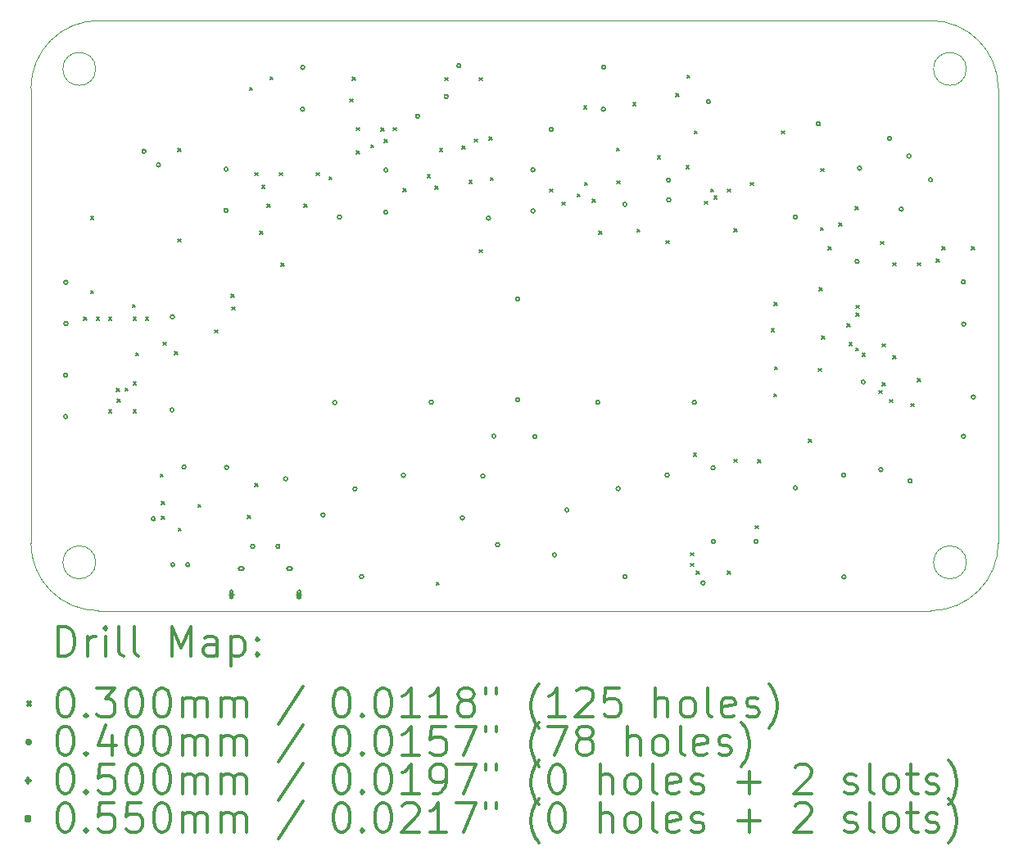
<source format=gbr>
%FSLAX45Y45*%
G04 Gerber Fmt 4.5, Leading zero omitted, Abs format (unit mm)*
G04 Created by KiCad (PCBNEW (5.1.10)-1) date 2021-08-26 17:45:13*
%MOMM*%
%LPD*%
G01*
G04 APERTURE LIST*
%TA.AperFunction,Profile*%
%ADD10C,0.050000*%
%TD*%
%ADD11C,0.200000*%
%ADD12C,0.300000*%
G04 APERTURE END LIST*
D10*
X19768000Y-12502000D02*
X19768000Y-12202000D01*
X18768000Y-13202000D02*
X19068000Y-13202000D01*
X19768000Y-12502000D02*
G75*
G02*
X19068000Y-13202000I-700000J0D01*
G01*
X19068000Y-7102000D02*
X18768000Y-7102000D01*
X19768000Y-7802000D02*
X19768000Y-8102000D01*
X19068000Y-7102000D02*
G75*
G02*
X19768000Y-7802000I0J-700000D01*
G01*
X10468000Y-13202000D02*
X10768000Y-13202000D01*
X9768000Y-12502000D02*
X9768000Y-12202000D01*
X10468000Y-13202000D02*
G75*
G02*
X9768000Y-12502000I0J700000D01*
G01*
X10468000Y-7102000D02*
X10768000Y-7102000D01*
X9768000Y-8102000D02*
X9768000Y-7802000D01*
X9768000Y-7802000D02*
G75*
G02*
X10468000Y-7102000I700000J0D01*
G01*
X19438000Y-7602000D02*
G75*
G03*
X19438000Y-7602000I-170000J0D01*
G01*
X19438000Y-12702000D02*
G75*
G03*
X19438000Y-12702000I-170000J0D01*
G01*
X10438000Y-12702000D02*
G75*
G03*
X10438000Y-12702000I-170000J0D01*
G01*
X10438000Y-7602000D02*
G75*
G03*
X10438000Y-7602000I-170000J0D01*
G01*
X10768000Y-13202000D02*
X18768000Y-13202000D01*
X9768000Y-12202000D02*
X9768000Y-8102000D01*
X19768000Y-8102000D02*
X19768000Y-12202000D01*
X10768000Y-7102000D02*
X18768000Y-7102000D01*
D11*
X10314000Y-10169000D02*
X10344000Y-10199000D01*
X10344000Y-10169000D02*
X10314000Y-10199000D01*
X10385000Y-9128000D02*
X10415000Y-9158000D01*
X10415000Y-9128000D02*
X10385000Y-9158000D01*
X10385000Y-9892000D02*
X10415000Y-9922000D01*
X10415000Y-9892000D02*
X10385000Y-9922000D01*
X10446000Y-10168000D02*
X10476000Y-10198000D01*
X10476000Y-10168000D02*
X10446000Y-10198000D01*
X10572000Y-10167000D02*
X10602000Y-10197000D01*
X10602000Y-10167000D02*
X10572000Y-10197000D01*
X10573000Y-11124000D02*
X10603000Y-11154000D01*
X10603000Y-11124000D02*
X10573000Y-11154000D01*
X10654000Y-10904000D02*
X10684000Y-10934000D01*
X10684000Y-10904000D02*
X10654000Y-10934000D01*
X10660000Y-11013000D02*
X10690000Y-11043000D01*
X10690000Y-11013000D02*
X10660000Y-11043000D01*
X10743000Y-10902000D02*
X10773000Y-10932000D01*
X10773000Y-10902000D02*
X10743000Y-10932000D01*
X10819000Y-10037000D02*
X10849000Y-10067000D01*
X10849000Y-10037000D02*
X10819000Y-10067000D01*
X10825000Y-10170000D02*
X10855000Y-10200000D01*
X10855000Y-10170000D02*
X10825000Y-10200000D01*
X10826000Y-11127000D02*
X10856000Y-11157000D01*
X10856000Y-11127000D02*
X10826000Y-11157000D01*
X10827000Y-10837000D02*
X10857000Y-10867000D01*
X10857000Y-10837000D02*
X10827000Y-10867000D01*
X10852000Y-10536000D02*
X10882000Y-10566000D01*
X10882000Y-10536000D02*
X10852000Y-10566000D01*
X10952000Y-10170000D02*
X10982000Y-10200000D01*
X10982000Y-10170000D02*
X10952000Y-10200000D01*
X11104001Y-11791000D02*
X11134001Y-11821000D01*
X11134001Y-11791000D02*
X11104001Y-11821000D01*
X11117000Y-12075000D02*
X11147000Y-12105000D01*
X11147000Y-12075000D02*
X11117000Y-12105000D01*
X11117000Y-12227000D02*
X11147000Y-12257000D01*
X11147000Y-12227000D02*
X11117000Y-12257000D01*
X11136000Y-10426000D02*
X11166000Y-10456000D01*
X11166000Y-10426000D02*
X11136000Y-10456000D01*
X11255000Y-10526000D02*
X11285000Y-10556000D01*
X11285000Y-10526000D02*
X11255000Y-10556000D01*
X11288000Y-8426000D02*
X11318000Y-8456000D01*
X11318000Y-8426000D02*
X11288000Y-8456000D01*
X11289000Y-9359000D02*
X11319000Y-9389000D01*
X11319000Y-9359000D02*
X11289000Y-9389000D01*
X11292000Y-12349000D02*
X11322000Y-12379000D01*
X11322000Y-12349000D02*
X11292000Y-12379000D01*
X11496000Y-12104000D02*
X11526000Y-12134000D01*
X11526000Y-12104000D02*
X11496000Y-12134000D01*
X11671000Y-10300000D02*
X11701000Y-10330000D01*
X11701000Y-10300000D02*
X11671000Y-10330000D01*
X11836000Y-9930000D02*
X11866000Y-9960000D01*
X11866000Y-9930000D02*
X11836000Y-9960000D01*
X11847000Y-10062000D02*
X11877000Y-10092000D01*
X11877000Y-10062000D02*
X11847000Y-10092000D01*
X12009000Y-12219000D02*
X12039000Y-12249000D01*
X12039000Y-12219000D02*
X12009000Y-12249000D01*
X12027000Y-7793000D02*
X12057000Y-7823000D01*
X12057000Y-7793000D02*
X12027000Y-7823000D01*
X12083000Y-11887000D02*
X12113000Y-11917000D01*
X12113000Y-11887000D02*
X12083000Y-11917000D01*
X12085000Y-8673000D02*
X12115000Y-8703000D01*
X12115000Y-8673000D02*
X12085000Y-8703000D01*
X12136000Y-9279000D02*
X12166000Y-9309000D01*
X12166000Y-9279000D02*
X12136000Y-9309000D01*
X12155000Y-8804000D02*
X12185000Y-8834000D01*
X12185000Y-8804000D02*
X12155000Y-8834000D01*
X12212000Y-9001000D02*
X12242000Y-9031000D01*
X12242000Y-9001000D02*
X12212000Y-9031000D01*
X12239000Y-7685000D02*
X12269000Y-7715000D01*
X12269000Y-7685000D02*
X12239000Y-7715000D01*
X12340000Y-8674000D02*
X12370000Y-8704000D01*
X12370000Y-8674000D02*
X12340000Y-8704000D01*
X12355000Y-9608000D02*
X12385000Y-9638000D01*
X12385000Y-9608000D02*
X12355000Y-9638000D01*
X12592000Y-9000000D02*
X12622000Y-9030000D01*
X12622000Y-9000000D02*
X12592000Y-9030000D01*
X12721000Y-8674000D02*
X12751000Y-8704000D01*
X12751000Y-8674000D02*
X12721000Y-8704000D01*
X12851000Y-8717000D02*
X12881000Y-8747000D01*
X12881000Y-8717000D02*
X12851000Y-8747000D01*
X13064916Y-7912202D02*
X13094916Y-7942202D01*
X13094916Y-7912202D02*
X13064916Y-7942202D01*
X13090000Y-7686000D02*
X13120000Y-7716000D01*
X13120000Y-7686000D02*
X13090000Y-7716000D01*
X13135000Y-8207000D02*
X13165000Y-8237000D01*
X13165000Y-8207000D02*
X13135000Y-8237000D01*
X13135000Y-8448000D02*
X13165000Y-8478000D01*
X13165000Y-8448000D02*
X13135000Y-8478000D01*
X13280000Y-8386500D02*
X13310000Y-8416500D01*
X13310000Y-8386500D02*
X13280000Y-8416500D01*
X13388000Y-8212500D02*
X13418000Y-8242500D01*
X13418000Y-8212500D02*
X13388000Y-8242500D01*
X13423056Y-8330540D02*
X13453056Y-8360540D01*
X13453056Y-8330540D02*
X13423056Y-8360540D01*
X13515000Y-8210000D02*
X13545000Y-8240000D01*
X13545000Y-8210000D02*
X13515000Y-8240000D01*
X13616000Y-8841000D02*
X13646000Y-8871000D01*
X13646000Y-8841000D02*
X13616000Y-8871000D01*
X13866000Y-8695000D02*
X13896000Y-8725000D01*
X13896000Y-8695000D02*
X13866000Y-8725000D01*
X13945000Y-8812000D02*
X13975000Y-8842000D01*
X13975000Y-8812000D02*
X13945000Y-8842000D01*
X13961000Y-12908000D02*
X13991000Y-12938000D01*
X13991000Y-12908000D02*
X13961000Y-12938000D01*
X13994048Y-8425790D02*
X14024048Y-8455790D01*
X14024048Y-8425790D02*
X13994048Y-8455790D01*
X14047000Y-7691000D02*
X14077000Y-7721000D01*
X14077000Y-7691000D02*
X14047000Y-7721000D01*
X14224000Y-8399000D02*
X14254000Y-8429000D01*
X14254000Y-8399000D02*
X14224000Y-8429000D01*
X14296500Y-8755500D02*
X14326500Y-8785500D01*
X14326500Y-8755500D02*
X14296500Y-8785500D01*
X14350918Y-8328000D02*
X14380918Y-8358000D01*
X14380918Y-8328000D02*
X14350918Y-8358000D01*
X14401718Y-9471282D02*
X14431718Y-9501282D01*
X14431718Y-9471282D02*
X14401718Y-9501282D01*
X14401972Y-7690206D02*
X14431972Y-7720206D01*
X14431972Y-7690206D02*
X14401972Y-7720206D01*
X14503000Y-8305000D02*
X14533000Y-8335000D01*
X14533000Y-8305000D02*
X14503000Y-8335000D01*
X14518050Y-8725510D02*
X14548050Y-8755510D01*
X14548050Y-8725510D02*
X14518050Y-8755510D01*
X15132000Y-8845000D02*
X15162000Y-8875000D01*
X15162000Y-8845000D02*
X15132000Y-8875000D01*
X15258000Y-8979000D02*
X15288000Y-9009000D01*
X15288000Y-8979000D02*
X15258000Y-9009000D01*
X15415000Y-8895000D02*
X15445000Y-8925000D01*
X15445000Y-8895000D02*
X15415000Y-8925000D01*
X15482000Y-7983000D02*
X15512000Y-8013000D01*
X15512000Y-7983000D02*
X15482000Y-8013000D01*
X15491000Y-8774000D02*
X15521000Y-8804000D01*
X15521000Y-8774000D02*
X15491000Y-8804000D01*
X15573000Y-8948000D02*
X15603000Y-8978000D01*
X15603000Y-8948000D02*
X15573000Y-8978000D01*
X15639000Y-9280000D02*
X15669000Y-9310000D01*
X15669000Y-9280000D02*
X15639000Y-9310000D01*
X15822000Y-8418000D02*
X15852000Y-8448000D01*
X15852000Y-8418000D02*
X15822000Y-8448000D01*
X15825000Y-8757000D02*
X15855000Y-8787000D01*
X15855000Y-8757000D02*
X15825000Y-8787000D01*
X15990000Y-7949000D02*
X16020000Y-7979000D01*
X16020000Y-7949000D02*
X15990000Y-7979000D01*
X16032000Y-9258000D02*
X16062000Y-9288000D01*
X16062000Y-9258000D02*
X16032000Y-9288000D01*
X16245000Y-8501000D02*
X16275000Y-8531000D01*
X16275000Y-8501000D02*
X16245000Y-8531000D01*
X16333000Y-9377000D02*
X16363000Y-9407000D01*
X16363000Y-9377000D02*
X16333000Y-9407000D01*
X16435000Y-7859000D02*
X16465000Y-7889000D01*
X16465000Y-7859000D02*
X16435000Y-7889000D01*
X16541000Y-8601000D02*
X16571000Y-8631000D01*
X16571000Y-8601000D02*
X16541000Y-8631000D01*
X16550000Y-7668000D02*
X16580000Y-7698000D01*
X16580000Y-7668000D02*
X16550000Y-7698000D01*
X16589000Y-12603000D02*
X16619000Y-12633000D01*
X16619000Y-12603000D02*
X16589000Y-12633000D01*
X16589000Y-12713000D02*
X16619000Y-12743000D01*
X16619000Y-12713000D02*
X16589000Y-12743000D01*
X16619000Y-11573000D02*
X16649000Y-11603000D01*
X16649000Y-11573000D02*
X16619000Y-11603000D01*
X16625488Y-8243164D02*
X16655488Y-8273164D01*
X16655488Y-8243164D02*
X16625488Y-8273164D01*
X16645000Y-12791000D02*
X16675000Y-12821000D01*
X16675000Y-12791000D02*
X16645000Y-12821000D01*
X16734000Y-8971000D02*
X16764000Y-9001000D01*
X16764000Y-8971000D02*
X16734000Y-9001000D01*
X16794000Y-8842000D02*
X16824000Y-8872000D01*
X16824000Y-8842000D02*
X16794000Y-8872000D01*
X16831000Y-8916000D02*
X16861000Y-8946000D01*
X16861000Y-8916000D02*
X16831000Y-8946000D01*
X16970000Y-8842000D02*
X17000000Y-8872000D01*
X17000000Y-8842000D02*
X16970000Y-8872000D01*
X16971000Y-12794000D02*
X17001000Y-12824000D01*
X17001000Y-12794000D02*
X16971000Y-12824000D01*
X17039000Y-9252000D02*
X17069000Y-9282000D01*
X17069000Y-9252000D02*
X17039000Y-9282000D01*
X17039000Y-11637501D02*
X17069000Y-11667501D01*
X17069000Y-11637501D02*
X17039000Y-11667501D01*
X17204000Y-8776000D02*
X17234000Y-8806000D01*
X17234000Y-8776000D02*
X17204000Y-8806000D01*
X17258000Y-12323000D02*
X17288000Y-12353000D01*
X17288000Y-12323000D02*
X17258000Y-12353000D01*
X17283000Y-11642000D02*
X17313000Y-11672000D01*
X17313000Y-11642000D02*
X17283000Y-11672000D01*
X17422000Y-10287000D02*
X17452000Y-10317000D01*
X17452000Y-10287000D02*
X17422000Y-10317000D01*
X17448000Y-10958000D02*
X17478000Y-10988000D01*
X17478000Y-10958000D02*
X17448000Y-10988000D01*
X17451000Y-10015000D02*
X17481000Y-10045000D01*
X17481000Y-10015000D02*
X17451000Y-10045000D01*
X17457000Y-10681000D02*
X17487000Y-10711000D01*
X17487000Y-10681000D02*
X17457000Y-10711000D01*
X17529728Y-8243926D02*
X17559728Y-8273926D01*
X17559728Y-8243926D02*
X17529728Y-8273926D01*
X17809000Y-11432000D02*
X17839000Y-11462000D01*
X17839000Y-11432000D02*
X17809000Y-11462000D01*
X17910000Y-10699000D02*
X17940000Y-10729000D01*
X17940000Y-10699000D02*
X17910000Y-10729000D01*
X17918000Y-9863000D02*
X17948000Y-9893000D01*
X17948000Y-9863000D02*
X17918000Y-9893000D01*
X17930000Y-9241000D02*
X17960000Y-9271000D01*
X17960000Y-9241000D02*
X17930000Y-9271000D01*
X17933000Y-8632000D02*
X17963000Y-8662000D01*
X17963000Y-8632000D02*
X17933000Y-8662000D01*
X17943000Y-10362000D02*
X17973000Y-10392000D01*
X17973000Y-10362000D02*
X17943000Y-10392000D01*
X18010000Y-9438000D02*
X18040000Y-9468000D01*
X18040000Y-9438000D02*
X18010000Y-9468000D01*
X18122000Y-9196000D02*
X18152000Y-9226000D01*
X18152000Y-9196000D02*
X18122000Y-9226000D01*
X18207000Y-10235000D02*
X18237000Y-10265000D01*
X18237000Y-10235000D02*
X18207000Y-10265000D01*
X18228000Y-10429000D02*
X18258000Y-10459000D01*
X18258000Y-10429000D02*
X18228000Y-10459000D01*
X18291000Y-9026000D02*
X18321000Y-9056000D01*
X18321000Y-9026000D02*
X18291000Y-9056000D01*
X18295000Y-10484000D02*
X18325000Y-10514000D01*
X18325000Y-10484000D02*
X18295000Y-10514000D01*
X18297000Y-10044000D02*
X18327000Y-10074000D01*
X18327000Y-10044000D02*
X18297000Y-10074000D01*
X18300000Y-10125000D02*
X18330000Y-10155000D01*
X18330000Y-10125000D02*
X18300000Y-10155000D01*
X18360000Y-10540000D02*
X18390000Y-10570000D01*
X18390000Y-10540000D02*
X18360000Y-10570000D01*
X18535000Y-10925000D02*
X18565000Y-10955000D01*
X18565000Y-10925000D02*
X18535000Y-10955000D01*
X18551000Y-9385000D02*
X18581000Y-9415000D01*
X18581000Y-9385000D02*
X18551000Y-9415000D01*
X18568000Y-10443000D02*
X18598000Y-10473000D01*
X18598000Y-10443000D02*
X18568000Y-10473000D01*
X18571000Y-10844000D02*
X18601000Y-10874000D01*
X18601000Y-10844000D02*
X18571000Y-10874000D01*
X18646000Y-11018000D02*
X18676000Y-11048000D01*
X18676000Y-11018000D02*
X18646000Y-11048000D01*
X18679000Y-9605000D02*
X18709000Y-9635000D01*
X18709000Y-9605000D02*
X18679000Y-9635000D01*
X18679000Y-10565000D02*
X18709000Y-10595000D01*
X18709000Y-10565000D02*
X18679000Y-10595000D01*
X18866000Y-11060000D02*
X18896000Y-11090000D01*
X18896000Y-11060000D02*
X18866000Y-11090000D01*
X18933000Y-10805000D02*
X18963000Y-10835000D01*
X18963000Y-10805000D02*
X18933000Y-10835000D01*
X18934000Y-9604000D02*
X18964000Y-9634000D01*
X18964000Y-9604000D02*
X18934000Y-9634000D01*
X19126000Y-9567000D02*
X19156000Y-9597000D01*
X19156000Y-9567000D02*
X19126000Y-9597000D01*
X19186000Y-9442000D02*
X19216000Y-9472000D01*
X19216000Y-9442000D02*
X19186000Y-9472000D01*
X19490000Y-9442000D02*
X19520000Y-9472000D01*
X19520000Y-9442000D02*
X19490000Y-9472000D01*
X10147000Y-10767000D02*
G75*
G03*
X10147000Y-10767000I-20000J0D01*
G01*
X10147000Y-11194000D02*
G75*
G03*
X10147000Y-11194000I-20000J0D01*
G01*
X10148000Y-9808000D02*
G75*
G03*
X10148000Y-9808000I-20000J0D01*
G01*
X10149000Y-10234000D02*
G75*
G03*
X10149000Y-10234000I-20000J0D01*
G01*
X10957000Y-8454000D02*
G75*
G03*
X10957000Y-8454000I-20000J0D01*
G01*
X11053000Y-12252000D02*
G75*
G03*
X11053000Y-12252000I-20000J0D01*
G01*
X11107000Y-8595000D02*
G75*
G03*
X11107000Y-8595000I-20000J0D01*
G01*
X11246000Y-11126000D02*
G75*
G03*
X11246000Y-11126000I-20000J0D01*
G01*
X11251000Y-10164000D02*
G75*
G03*
X11251000Y-10164000I-20000J0D01*
G01*
X11255000Y-12726000D02*
G75*
G03*
X11255000Y-12726000I-20000J0D01*
G01*
X11371000Y-11717000D02*
G75*
G03*
X11371000Y-11717000I-20000J0D01*
G01*
X11409000Y-12726000D02*
G75*
G03*
X11409000Y-12726000I-20000J0D01*
G01*
X11804000Y-9065000D02*
G75*
G03*
X11804000Y-9065000I-20000J0D01*
G01*
X11806000Y-8639000D02*
G75*
G03*
X11806000Y-8639000I-20000J0D01*
G01*
X11811000Y-11721000D02*
G75*
G03*
X11811000Y-11721000I-20000J0D01*
G01*
X12081000Y-12537000D02*
G75*
G03*
X12081000Y-12537000I-20000J0D01*
G01*
X12341000Y-12537000D02*
G75*
G03*
X12341000Y-12537000I-20000J0D01*
G01*
X12421000Y-11839000D02*
G75*
G03*
X12421000Y-11839000I-20000J0D01*
G01*
X12597000Y-8019000D02*
G75*
G03*
X12597000Y-8019000I-20000J0D01*
G01*
X12598000Y-7586000D02*
G75*
G03*
X12598000Y-7586000I-20000J0D01*
G01*
X12807000Y-12213000D02*
G75*
G03*
X12807000Y-12213000I-20000J0D01*
G01*
X12930000Y-11051000D02*
G75*
G03*
X12930000Y-11051000I-20000J0D01*
G01*
X12979000Y-9134000D02*
G75*
G03*
X12979000Y-9134000I-20000J0D01*
G01*
X13138000Y-11943000D02*
G75*
G03*
X13138000Y-11943000I-20000J0D01*
G01*
X13206000Y-12849000D02*
G75*
G03*
X13206000Y-12849000I-20000J0D01*
G01*
X13455000Y-9084000D02*
G75*
G03*
X13455000Y-9084000I-20000J0D01*
G01*
X13457000Y-8646000D02*
G75*
G03*
X13457000Y-8646000I-20000J0D01*
G01*
X13639000Y-11802000D02*
G75*
G03*
X13639000Y-11802000I-20000J0D01*
G01*
X13785000Y-8090000D02*
G75*
G03*
X13785000Y-8090000I-20000J0D01*
G01*
X13926000Y-11046000D02*
G75*
G03*
X13926000Y-11046000I-20000J0D01*
G01*
X14080864Y-7887070D02*
G75*
G03*
X14080864Y-7887070I-20000J0D01*
G01*
X14212000Y-7568000D02*
G75*
G03*
X14212000Y-7568000I-20000J0D01*
G01*
X14248000Y-12243000D02*
G75*
G03*
X14248000Y-12243000I-20000J0D01*
G01*
X14460000Y-11810000D02*
G75*
G03*
X14460000Y-11810000I-20000J0D01*
G01*
X14517000Y-9145000D02*
G75*
G03*
X14517000Y-9145000I-20000J0D01*
G01*
X14573000Y-11399000D02*
G75*
G03*
X14573000Y-11399000I-20000J0D01*
G01*
X14613000Y-12520000D02*
G75*
G03*
X14613000Y-12520000I-20000J0D01*
G01*
X14820000Y-9980000D02*
G75*
G03*
X14820000Y-9980000I-20000J0D01*
G01*
X14820000Y-11023000D02*
G75*
G03*
X14820000Y-11023000I-20000J0D01*
G01*
X14977000Y-9070000D02*
G75*
G03*
X14977000Y-9070000I-20000J0D01*
G01*
X14978000Y-8645000D02*
G75*
G03*
X14978000Y-8645000I-20000J0D01*
G01*
X14997000Y-11401000D02*
G75*
G03*
X14997000Y-11401000I-20000J0D01*
G01*
X15168000Y-8228000D02*
G75*
G03*
X15168000Y-8228000I-20000J0D01*
G01*
X15200000Y-12625000D02*
G75*
G03*
X15200000Y-12625000I-20000J0D01*
G01*
X15328000Y-12161000D02*
G75*
G03*
X15328000Y-12161000I-20000J0D01*
G01*
X15647000Y-11048000D02*
G75*
G03*
X15647000Y-11048000I-20000J0D01*
G01*
X15707000Y-7584000D02*
G75*
G03*
X15707000Y-7584000I-20000J0D01*
G01*
X15707000Y-8019000D02*
G75*
G03*
X15707000Y-8019000I-20000J0D01*
G01*
X15858000Y-11940000D02*
G75*
G03*
X15858000Y-11940000I-20000J0D01*
G01*
X15928000Y-9001000D02*
G75*
G03*
X15928000Y-9001000I-20000J0D01*
G01*
X15930000Y-12850000D02*
G75*
G03*
X15930000Y-12850000I-20000J0D01*
G01*
X16365000Y-11801000D02*
G75*
G03*
X16365000Y-11801000I-20000J0D01*
G01*
X16379000Y-8751000D02*
G75*
G03*
X16379000Y-8751000I-20000J0D01*
G01*
X16381230Y-8955230D02*
G75*
G03*
X16381230Y-8955230I-20000J0D01*
G01*
X16646000Y-11048000D02*
G75*
G03*
X16646000Y-11048000I-20000J0D01*
G01*
X16735000Y-12915000D02*
G75*
G03*
X16735000Y-12915000I-20000J0D01*
G01*
X16792000Y-7942000D02*
G75*
G03*
X16792000Y-7942000I-20000J0D01*
G01*
X16840000Y-11725000D02*
G75*
G03*
X16840000Y-11725000I-20000J0D01*
G01*
X16843000Y-12484000D02*
G75*
G03*
X16843000Y-12484000I-20000J0D01*
G01*
X17283000Y-12488000D02*
G75*
G03*
X17283000Y-12488000I-20000J0D01*
G01*
X17689000Y-9134000D02*
G75*
G03*
X17689000Y-9134000I-20000J0D01*
G01*
X17690000Y-11933000D02*
G75*
G03*
X17690000Y-11933000I-20000J0D01*
G01*
X17928000Y-8170000D02*
G75*
G03*
X17928000Y-8170000I-20000J0D01*
G01*
X18189000Y-11802000D02*
G75*
G03*
X18189000Y-11802000I-20000J0D01*
G01*
X18192000Y-12853000D02*
G75*
G03*
X18192000Y-12853000I-20000J0D01*
G01*
X18328000Y-9592000D02*
G75*
G03*
X18328000Y-9592000I-20000J0D01*
G01*
X18354000Y-8629000D02*
G75*
G03*
X18354000Y-8629000I-20000J0D01*
G01*
X18393000Y-10838000D02*
G75*
G03*
X18393000Y-10838000I-20000J0D01*
G01*
X18574000Y-11743000D02*
G75*
G03*
X18574000Y-11743000I-20000J0D01*
G01*
X18663000Y-8321000D02*
G75*
G03*
X18663000Y-8321000I-20000J0D01*
G01*
X18785000Y-9051000D02*
G75*
G03*
X18785000Y-9051000I-20000J0D01*
G01*
X18864000Y-8503000D02*
G75*
G03*
X18864000Y-8503000I-20000J0D01*
G01*
X18877000Y-11860000D02*
G75*
G03*
X18877000Y-11860000I-20000J0D01*
G01*
X19088000Y-8747000D02*
G75*
G03*
X19088000Y-8747000I-20000J0D01*
G01*
X19427000Y-9804000D02*
G75*
G03*
X19427000Y-9804000I-20000J0D01*
G01*
X19428000Y-11399000D02*
G75*
G03*
X19428000Y-11399000I-20000J0D01*
G01*
X19431000Y-10239000D02*
G75*
G03*
X19431000Y-10239000I-20000J0D01*
G01*
X19529001Y-10993000D02*
G75*
G03*
X19529001Y-10993000I-20000J0D01*
G01*
X11841000Y-13010000D02*
X11841000Y-13060000D01*
X11816000Y-13035000D02*
X11866000Y-13035000D01*
X11826000Y-13002500D02*
X11826000Y-13067500D01*
X11856000Y-13002500D02*
X11856000Y-13067500D01*
X11826000Y-13067500D02*
G75*
G03*
X11856000Y-13067500I15000J0D01*
G01*
X11856000Y-13002500D02*
G75*
G03*
X11826000Y-13002500I-15000J0D01*
G01*
X12541000Y-13010000D02*
X12541000Y-13060000D01*
X12516000Y-13035000D02*
X12566000Y-13035000D01*
X12526000Y-13002500D02*
X12526000Y-13067500D01*
X12556000Y-13002500D02*
X12556000Y-13067500D01*
X12526000Y-13067500D02*
G75*
G03*
X12556000Y-13067500I15000J0D01*
G01*
X12556000Y-13002500D02*
G75*
G03*
X12526000Y-13002500I-15000J0D01*
G01*
X11960446Y-12784446D02*
X11960446Y-12745554D01*
X11921554Y-12745554D01*
X11921554Y-12784446D01*
X11960446Y-12784446D01*
X11926000Y-12782500D02*
X11956000Y-12782500D01*
X11926000Y-12747500D02*
X11956000Y-12747500D01*
X11956000Y-12782500D02*
G75*
G03*
X11956000Y-12747500I0J17500D01*
G01*
X11926000Y-12747500D02*
G75*
G03*
X11926000Y-12782500I0J-17500D01*
G01*
X12460446Y-12784446D02*
X12460446Y-12745554D01*
X12421554Y-12745554D01*
X12421554Y-12784446D01*
X12460446Y-12784446D01*
X12426000Y-12782500D02*
X12456000Y-12782500D01*
X12426000Y-12747500D02*
X12456000Y-12747500D01*
X12456000Y-12782500D02*
G75*
G03*
X12456000Y-12747500I0J17500D01*
G01*
X12426000Y-12747500D02*
G75*
G03*
X12426000Y-12782500I0J-17500D01*
G01*
D12*
X10051928Y-13670214D02*
X10051928Y-13370214D01*
X10123357Y-13370214D01*
X10166214Y-13384500D01*
X10194786Y-13413071D01*
X10209071Y-13441643D01*
X10223357Y-13498786D01*
X10223357Y-13541643D01*
X10209071Y-13598786D01*
X10194786Y-13627357D01*
X10166214Y-13655929D01*
X10123357Y-13670214D01*
X10051928Y-13670214D01*
X10351928Y-13670214D02*
X10351928Y-13470214D01*
X10351928Y-13527357D02*
X10366214Y-13498786D01*
X10380500Y-13484500D01*
X10409071Y-13470214D01*
X10437643Y-13470214D01*
X10537643Y-13670214D02*
X10537643Y-13470214D01*
X10537643Y-13370214D02*
X10523357Y-13384500D01*
X10537643Y-13398786D01*
X10551928Y-13384500D01*
X10537643Y-13370214D01*
X10537643Y-13398786D01*
X10723357Y-13670214D02*
X10694786Y-13655929D01*
X10680500Y-13627357D01*
X10680500Y-13370214D01*
X10880500Y-13670214D02*
X10851928Y-13655929D01*
X10837643Y-13627357D01*
X10837643Y-13370214D01*
X11223357Y-13670214D02*
X11223357Y-13370214D01*
X11323357Y-13584500D01*
X11423357Y-13370214D01*
X11423357Y-13670214D01*
X11694786Y-13670214D02*
X11694786Y-13513071D01*
X11680500Y-13484500D01*
X11651928Y-13470214D01*
X11594786Y-13470214D01*
X11566214Y-13484500D01*
X11694786Y-13655929D02*
X11666214Y-13670214D01*
X11594786Y-13670214D01*
X11566214Y-13655929D01*
X11551928Y-13627357D01*
X11551928Y-13598786D01*
X11566214Y-13570214D01*
X11594786Y-13555929D01*
X11666214Y-13555929D01*
X11694786Y-13541643D01*
X11837643Y-13470214D02*
X11837643Y-13770214D01*
X11837643Y-13484500D02*
X11866214Y-13470214D01*
X11923357Y-13470214D01*
X11951928Y-13484500D01*
X11966214Y-13498786D01*
X11980500Y-13527357D01*
X11980500Y-13613071D01*
X11966214Y-13641643D01*
X11951928Y-13655929D01*
X11923357Y-13670214D01*
X11866214Y-13670214D01*
X11837643Y-13655929D01*
X12109071Y-13641643D02*
X12123357Y-13655929D01*
X12109071Y-13670214D01*
X12094786Y-13655929D01*
X12109071Y-13641643D01*
X12109071Y-13670214D01*
X12109071Y-13484500D02*
X12123357Y-13498786D01*
X12109071Y-13513071D01*
X12094786Y-13498786D01*
X12109071Y-13484500D01*
X12109071Y-13513071D01*
X9735500Y-14149500D02*
X9765500Y-14179500D01*
X9765500Y-14149500D02*
X9735500Y-14179500D01*
X10109071Y-14000214D02*
X10137643Y-14000214D01*
X10166214Y-14014500D01*
X10180500Y-14028786D01*
X10194786Y-14057357D01*
X10209071Y-14114500D01*
X10209071Y-14185929D01*
X10194786Y-14243071D01*
X10180500Y-14271643D01*
X10166214Y-14285929D01*
X10137643Y-14300214D01*
X10109071Y-14300214D01*
X10080500Y-14285929D01*
X10066214Y-14271643D01*
X10051928Y-14243071D01*
X10037643Y-14185929D01*
X10037643Y-14114500D01*
X10051928Y-14057357D01*
X10066214Y-14028786D01*
X10080500Y-14014500D01*
X10109071Y-14000214D01*
X10337643Y-14271643D02*
X10351928Y-14285929D01*
X10337643Y-14300214D01*
X10323357Y-14285929D01*
X10337643Y-14271643D01*
X10337643Y-14300214D01*
X10451928Y-14000214D02*
X10637643Y-14000214D01*
X10537643Y-14114500D01*
X10580500Y-14114500D01*
X10609071Y-14128786D01*
X10623357Y-14143071D01*
X10637643Y-14171643D01*
X10637643Y-14243071D01*
X10623357Y-14271643D01*
X10609071Y-14285929D01*
X10580500Y-14300214D01*
X10494786Y-14300214D01*
X10466214Y-14285929D01*
X10451928Y-14271643D01*
X10823357Y-14000214D02*
X10851928Y-14000214D01*
X10880500Y-14014500D01*
X10894786Y-14028786D01*
X10909071Y-14057357D01*
X10923357Y-14114500D01*
X10923357Y-14185929D01*
X10909071Y-14243071D01*
X10894786Y-14271643D01*
X10880500Y-14285929D01*
X10851928Y-14300214D01*
X10823357Y-14300214D01*
X10794786Y-14285929D01*
X10780500Y-14271643D01*
X10766214Y-14243071D01*
X10751928Y-14185929D01*
X10751928Y-14114500D01*
X10766214Y-14057357D01*
X10780500Y-14028786D01*
X10794786Y-14014500D01*
X10823357Y-14000214D01*
X11109071Y-14000214D02*
X11137643Y-14000214D01*
X11166214Y-14014500D01*
X11180500Y-14028786D01*
X11194786Y-14057357D01*
X11209071Y-14114500D01*
X11209071Y-14185929D01*
X11194786Y-14243071D01*
X11180500Y-14271643D01*
X11166214Y-14285929D01*
X11137643Y-14300214D01*
X11109071Y-14300214D01*
X11080500Y-14285929D01*
X11066214Y-14271643D01*
X11051928Y-14243071D01*
X11037643Y-14185929D01*
X11037643Y-14114500D01*
X11051928Y-14057357D01*
X11066214Y-14028786D01*
X11080500Y-14014500D01*
X11109071Y-14000214D01*
X11337643Y-14300214D02*
X11337643Y-14100214D01*
X11337643Y-14128786D02*
X11351928Y-14114500D01*
X11380500Y-14100214D01*
X11423357Y-14100214D01*
X11451928Y-14114500D01*
X11466214Y-14143071D01*
X11466214Y-14300214D01*
X11466214Y-14143071D02*
X11480500Y-14114500D01*
X11509071Y-14100214D01*
X11551928Y-14100214D01*
X11580500Y-14114500D01*
X11594786Y-14143071D01*
X11594786Y-14300214D01*
X11737643Y-14300214D02*
X11737643Y-14100214D01*
X11737643Y-14128786D02*
X11751928Y-14114500D01*
X11780500Y-14100214D01*
X11823357Y-14100214D01*
X11851928Y-14114500D01*
X11866214Y-14143071D01*
X11866214Y-14300214D01*
X11866214Y-14143071D02*
X11880500Y-14114500D01*
X11909071Y-14100214D01*
X11951928Y-14100214D01*
X11980500Y-14114500D01*
X11994786Y-14143071D01*
X11994786Y-14300214D01*
X12580500Y-13985929D02*
X12323357Y-14371643D01*
X12966214Y-14000214D02*
X12994786Y-14000214D01*
X13023357Y-14014500D01*
X13037643Y-14028786D01*
X13051928Y-14057357D01*
X13066214Y-14114500D01*
X13066214Y-14185929D01*
X13051928Y-14243071D01*
X13037643Y-14271643D01*
X13023357Y-14285929D01*
X12994786Y-14300214D01*
X12966214Y-14300214D01*
X12937643Y-14285929D01*
X12923357Y-14271643D01*
X12909071Y-14243071D01*
X12894786Y-14185929D01*
X12894786Y-14114500D01*
X12909071Y-14057357D01*
X12923357Y-14028786D01*
X12937643Y-14014500D01*
X12966214Y-14000214D01*
X13194786Y-14271643D02*
X13209071Y-14285929D01*
X13194786Y-14300214D01*
X13180500Y-14285929D01*
X13194786Y-14271643D01*
X13194786Y-14300214D01*
X13394786Y-14000214D02*
X13423357Y-14000214D01*
X13451928Y-14014500D01*
X13466214Y-14028786D01*
X13480500Y-14057357D01*
X13494786Y-14114500D01*
X13494786Y-14185929D01*
X13480500Y-14243071D01*
X13466214Y-14271643D01*
X13451928Y-14285929D01*
X13423357Y-14300214D01*
X13394786Y-14300214D01*
X13366214Y-14285929D01*
X13351928Y-14271643D01*
X13337643Y-14243071D01*
X13323357Y-14185929D01*
X13323357Y-14114500D01*
X13337643Y-14057357D01*
X13351928Y-14028786D01*
X13366214Y-14014500D01*
X13394786Y-14000214D01*
X13780500Y-14300214D02*
X13609071Y-14300214D01*
X13694786Y-14300214D02*
X13694786Y-14000214D01*
X13666214Y-14043071D01*
X13637643Y-14071643D01*
X13609071Y-14085929D01*
X14066214Y-14300214D02*
X13894786Y-14300214D01*
X13980500Y-14300214D02*
X13980500Y-14000214D01*
X13951928Y-14043071D01*
X13923357Y-14071643D01*
X13894786Y-14085929D01*
X14237643Y-14128786D02*
X14209071Y-14114500D01*
X14194786Y-14100214D01*
X14180500Y-14071643D01*
X14180500Y-14057357D01*
X14194786Y-14028786D01*
X14209071Y-14014500D01*
X14237643Y-14000214D01*
X14294786Y-14000214D01*
X14323357Y-14014500D01*
X14337643Y-14028786D01*
X14351928Y-14057357D01*
X14351928Y-14071643D01*
X14337643Y-14100214D01*
X14323357Y-14114500D01*
X14294786Y-14128786D01*
X14237643Y-14128786D01*
X14209071Y-14143071D01*
X14194786Y-14157357D01*
X14180500Y-14185929D01*
X14180500Y-14243071D01*
X14194786Y-14271643D01*
X14209071Y-14285929D01*
X14237643Y-14300214D01*
X14294786Y-14300214D01*
X14323357Y-14285929D01*
X14337643Y-14271643D01*
X14351928Y-14243071D01*
X14351928Y-14185929D01*
X14337643Y-14157357D01*
X14323357Y-14143071D01*
X14294786Y-14128786D01*
X14466214Y-14000214D02*
X14466214Y-14057357D01*
X14580500Y-14000214D02*
X14580500Y-14057357D01*
X15023357Y-14414500D02*
X15009071Y-14400214D01*
X14980500Y-14357357D01*
X14966214Y-14328786D01*
X14951928Y-14285929D01*
X14937643Y-14214500D01*
X14937643Y-14157357D01*
X14951928Y-14085929D01*
X14966214Y-14043071D01*
X14980500Y-14014500D01*
X15009071Y-13971643D01*
X15023357Y-13957357D01*
X15294786Y-14300214D02*
X15123357Y-14300214D01*
X15209071Y-14300214D02*
X15209071Y-14000214D01*
X15180500Y-14043071D01*
X15151928Y-14071643D01*
X15123357Y-14085929D01*
X15409071Y-14028786D02*
X15423357Y-14014500D01*
X15451928Y-14000214D01*
X15523357Y-14000214D01*
X15551928Y-14014500D01*
X15566214Y-14028786D01*
X15580500Y-14057357D01*
X15580500Y-14085929D01*
X15566214Y-14128786D01*
X15394786Y-14300214D01*
X15580500Y-14300214D01*
X15851928Y-14000214D02*
X15709071Y-14000214D01*
X15694786Y-14143071D01*
X15709071Y-14128786D01*
X15737643Y-14114500D01*
X15809071Y-14114500D01*
X15837643Y-14128786D01*
X15851928Y-14143071D01*
X15866214Y-14171643D01*
X15866214Y-14243071D01*
X15851928Y-14271643D01*
X15837643Y-14285929D01*
X15809071Y-14300214D01*
X15737643Y-14300214D01*
X15709071Y-14285929D01*
X15694786Y-14271643D01*
X16223357Y-14300214D02*
X16223357Y-14000214D01*
X16351928Y-14300214D02*
X16351928Y-14143071D01*
X16337643Y-14114500D01*
X16309071Y-14100214D01*
X16266214Y-14100214D01*
X16237643Y-14114500D01*
X16223357Y-14128786D01*
X16537643Y-14300214D02*
X16509071Y-14285929D01*
X16494786Y-14271643D01*
X16480500Y-14243071D01*
X16480500Y-14157357D01*
X16494786Y-14128786D01*
X16509071Y-14114500D01*
X16537643Y-14100214D01*
X16580500Y-14100214D01*
X16609071Y-14114500D01*
X16623357Y-14128786D01*
X16637643Y-14157357D01*
X16637643Y-14243071D01*
X16623357Y-14271643D01*
X16609071Y-14285929D01*
X16580500Y-14300214D01*
X16537643Y-14300214D01*
X16809071Y-14300214D02*
X16780500Y-14285929D01*
X16766214Y-14257357D01*
X16766214Y-14000214D01*
X17037643Y-14285929D02*
X17009071Y-14300214D01*
X16951928Y-14300214D01*
X16923357Y-14285929D01*
X16909071Y-14257357D01*
X16909071Y-14143071D01*
X16923357Y-14114500D01*
X16951928Y-14100214D01*
X17009071Y-14100214D01*
X17037643Y-14114500D01*
X17051928Y-14143071D01*
X17051928Y-14171643D01*
X16909071Y-14200214D01*
X17166214Y-14285929D02*
X17194786Y-14300214D01*
X17251928Y-14300214D01*
X17280500Y-14285929D01*
X17294786Y-14257357D01*
X17294786Y-14243071D01*
X17280500Y-14214500D01*
X17251928Y-14200214D01*
X17209071Y-14200214D01*
X17180500Y-14185929D01*
X17166214Y-14157357D01*
X17166214Y-14143071D01*
X17180500Y-14114500D01*
X17209071Y-14100214D01*
X17251928Y-14100214D01*
X17280500Y-14114500D01*
X17394786Y-14414500D02*
X17409071Y-14400214D01*
X17437643Y-14357357D01*
X17451928Y-14328786D01*
X17466214Y-14285929D01*
X17480500Y-14214500D01*
X17480500Y-14157357D01*
X17466214Y-14085929D01*
X17451928Y-14043071D01*
X17437643Y-14014500D01*
X17409071Y-13971643D01*
X17394786Y-13957357D01*
X9765500Y-14560500D02*
G75*
G03*
X9765500Y-14560500I-20000J0D01*
G01*
X10109071Y-14396214D02*
X10137643Y-14396214D01*
X10166214Y-14410500D01*
X10180500Y-14424786D01*
X10194786Y-14453357D01*
X10209071Y-14510500D01*
X10209071Y-14581929D01*
X10194786Y-14639071D01*
X10180500Y-14667643D01*
X10166214Y-14681929D01*
X10137643Y-14696214D01*
X10109071Y-14696214D01*
X10080500Y-14681929D01*
X10066214Y-14667643D01*
X10051928Y-14639071D01*
X10037643Y-14581929D01*
X10037643Y-14510500D01*
X10051928Y-14453357D01*
X10066214Y-14424786D01*
X10080500Y-14410500D01*
X10109071Y-14396214D01*
X10337643Y-14667643D02*
X10351928Y-14681929D01*
X10337643Y-14696214D01*
X10323357Y-14681929D01*
X10337643Y-14667643D01*
X10337643Y-14696214D01*
X10609071Y-14496214D02*
X10609071Y-14696214D01*
X10537643Y-14381929D02*
X10466214Y-14596214D01*
X10651928Y-14596214D01*
X10823357Y-14396214D02*
X10851928Y-14396214D01*
X10880500Y-14410500D01*
X10894786Y-14424786D01*
X10909071Y-14453357D01*
X10923357Y-14510500D01*
X10923357Y-14581929D01*
X10909071Y-14639071D01*
X10894786Y-14667643D01*
X10880500Y-14681929D01*
X10851928Y-14696214D01*
X10823357Y-14696214D01*
X10794786Y-14681929D01*
X10780500Y-14667643D01*
X10766214Y-14639071D01*
X10751928Y-14581929D01*
X10751928Y-14510500D01*
X10766214Y-14453357D01*
X10780500Y-14424786D01*
X10794786Y-14410500D01*
X10823357Y-14396214D01*
X11109071Y-14396214D02*
X11137643Y-14396214D01*
X11166214Y-14410500D01*
X11180500Y-14424786D01*
X11194786Y-14453357D01*
X11209071Y-14510500D01*
X11209071Y-14581929D01*
X11194786Y-14639071D01*
X11180500Y-14667643D01*
X11166214Y-14681929D01*
X11137643Y-14696214D01*
X11109071Y-14696214D01*
X11080500Y-14681929D01*
X11066214Y-14667643D01*
X11051928Y-14639071D01*
X11037643Y-14581929D01*
X11037643Y-14510500D01*
X11051928Y-14453357D01*
X11066214Y-14424786D01*
X11080500Y-14410500D01*
X11109071Y-14396214D01*
X11337643Y-14696214D02*
X11337643Y-14496214D01*
X11337643Y-14524786D02*
X11351928Y-14510500D01*
X11380500Y-14496214D01*
X11423357Y-14496214D01*
X11451928Y-14510500D01*
X11466214Y-14539071D01*
X11466214Y-14696214D01*
X11466214Y-14539071D02*
X11480500Y-14510500D01*
X11509071Y-14496214D01*
X11551928Y-14496214D01*
X11580500Y-14510500D01*
X11594786Y-14539071D01*
X11594786Y-14696214D01*
X11737643Y-14696214D02*
X11737643Y-14496214D01*
X11737643Y-14524786D02*
X11751928Y-14510500D01*
X11780500Y-14496214D01*
X11823357Y-14496214D01*
X11851928Y-14510500D01*
X11866214Y-14539071D01*
X11866214Y-14696214D01*
X11866214Y-14539071D02*
X11880500Y-14510500D01*
X11909071Y-14496214D01*
X11951928Y-14496214D01*
X11980500Y-14510500D01*
X11994786Y-14539071D01*
X11994786Y-14696214D01*
X12580500Y-14381929D02*
X12323357Y-14767643D01*
X12966214Y-14396214D02*
X12994786Y-14396214D01*
X13023357Y-14410500D01*
X13037643Y-14424786D01*
X13051928Y-14453357D01*
X13066214Y-14510500D01*
X13066214Y-14581929D01*
X13051928Y-14639071D01*
X13037643Y-14667643D01*
X13023357Y-14681929D01*
X12994786Y-14696214D01*
X12966214Y-14696214D01*
X12937643Y-14681929D01*
X12923357Y-14667643D01*
X12909071Y-14639071D01*
X12894786Y-14581929D01*
X12894786Y-14510500D01*
X12909071Y-14453357D01*
X12923357Y-14424786D01*
X12937643Y-14410500D01*
X12966214Y-14396214D01*
X13194786Y-14667643D02*
X13209071Y-14681929D01*
X13194786Y-14696214D01*
X13180500Y-14681929D01*
X13194786Y-14667643D01*
X13194786Y-14696214D01*
X13394786Y-14396214D02*
X13423357Y-14396214D01*
X13451928Y-14410500D01*
X13466214Y-14424786D01*
X13480500Y-14453357D01*
X13494786Y-14510500D01*
X13494786Y-14581929D01*
X13480500Y-14639071D01*
X13466214Y-14667643D01*
X13451928Y-14681929D01*
X13423357Y-14696214D01*
X13394786Y-14696214D01*
X13366214Y-14681929D01*
X13351928Y-14667643D01*
X13337643Y-14639071D01*
X13323357Y-14581929D01*
X13323357Y-14510500D01*
X13337643Y-14453357D01*
X13351928Y-14424786D01*
X13366214Y-14410500D01*
X13394786Y-14396214D01*
X13780500Y-14696214D02*
X13609071Y-14696214D01*
X13694786Y-14696214D02*
X13694786Y-14396214D01*
X13666214Y-14439071D01*
X13637643Y-14467643D01*
X13609071Y-14481929D01*
X14051928Y-14396214D02*
X13909071Y-14396214D01*
X13894786Y-14539071D01*
X13909071Y-14524786D01*
X13937643Y-14510500D01*
X14009071Y-14510500D01*
X14037643Y-14524786D01*
X14051928Y-14539071D01*
X14066214Y-14567643D01*
X14066214Y-14639071D01*
X14051928Y-14667643D01*
X14037643Y-14681929D01*
X14009071Y-14696214D01*
X13937643Y-14696214D01*
X13909071Y-14681929D01*
X13894786Y-14667643D01*
X14166214Y-14396214D02*
X14366214Y-14396214D01*
X14237643Y-14696214D01*
X14466214Y-14396214D02*
X14466214Y-14453357D01*
X14580500Y-14396214D02*
X14580500Y-14453357D01*
X15023357Y-14810500D02*
X15009071Y-14796214D01*
X14980500Y-14753357D01*
X14966214Y-14724786D01*
X14951928Y-14681929D01*
X14937643Y-14610500D01*
X14937643Y-14553357D01*
X14951928Y-14481929D01*
X14966214Y-14439071D01*
X14980500Y-14410500D01*
X15009071Y-14367643D01*
X15023357Y-14353357D01*
X15109071Y-14396214D02*
X15309071Y-14396214D01*
X15180500Y-14696214D01*
X15466214Y-14524786D02*
X15437643Y-14510500D01*
X15423357Y-14496214D01*
X15409071Y-14467643D01*
X15409071Y-14453357D01*
X15423357Y-14424786D01*
X15437643Y-14410500D01*
X15466214Y-14396214D01*
X15523357Y-14396214D01*
X15551928Y-14410500D01*
X15566214Y-14424786D01*
X15580500Y-14453357D01*
X15580500Y-14467643D01*
X15566214Y-14496214D01*
X15551928Y-14510500D01*
X15523357Y-14524786D01*
X15466214Y-14524786D01*
X15437643Y-14539071D01*
X15423357Y-14553357D01*
X15409071Y-14581929D01*
X15409071Y-14639071D01*
X15423357Y-14667643D01*
X15437643Y-14681929D01*
X15466214Y-14696214D01*
X15523357Y-14696214D01*
X15551928Y-14681929D01*
X15566214Y-14667643D01*
X15580500Y-14639071D01*
X15580500Y-14581929D01*
X15566214Y-14553357D01*
X15551928Y-14539071D01*
X15523357Y-14524786D01*
X15937643Y-14696214D02*
X15937643Y-14396214D01*
X16066214Y-14696214D02*
X16066214Y-14539071D01*
X16051928Y-14510500D01*
X16023357Y-14496214D01*
X15980500Y-14496214D01*
X15951928Y-14510500D01*
X15937643Y-14524786D01*
X16251928Y-14696214D02*
X16223357Y-14681929D01*
X16209071Y-14667643D01*
X16194786Y-14639071D01*
X16194786Y-14553357D01*
X16209071Y-14524786D01*
X16223357Y-14510500D01*
X16251928Y-14496214D01*
X16294786Y-14496214D01*
X16323357Y-14510500D01*
X16337643Y-14524786D01*
X16351928Y-14553357D01*
X16351928Y-14639071D01*
X16337643Y-14667643D01*
X16323357Y-14681929D01*
X16294786Y-14696214D01*
X16251928Y-14696214D01*
X16523357Y-14696214D02*
X16494786Y-14681929D01*
X16480500Y-14653357D01*
X16480500Y-14396214D01*
X16751928Y-14681929D02*
X16723357Y-14696214D01*
X16666214Y-14696214D01*
X16637643Y-14681929D01*
X16623357Y-14653357D01*
X16623357Y-14539071D01*
X16637643Y-14510500D01*
X16666214Y-14496214D01*
X16723357Y-14496214D01*
X16751928Y-14510500D01*
X16766214Y-14539071D01*
X16766214Y-14567643D01*
X16623357Y-14596214D01*
X16880500Y-14681929D02*
X16909071Y-14696214D01*
X16966214Y-14696214D01*
X16994786Y-14681929D01*
X17009071Y-14653357D01*
X17009071Y-14639071D01*
X16994786Y-14610500D01*
X16966214Y-14596214D01*
X16923357Y-14596214D01*
X16894786Y-14581929D01*
X16880500Y-14553357D01*
X16880500Y-14539071D01*
X16894786Y-14510500D01*
X16923357Y-14496214D01*
X16966214Y-14496214D01*
X16994786Y-14510500D01*
X17109071Y-14810500D02*
X17123357Y-14796214D01*
X17151928Y-14753357D01*
X17166214Y-14724786D01*
X17180500Y-14681929D01*
X17194786Y-14610500D01*
X17194786Y-14553357D01*
X17180500Y-14481929D01*
X17166214Y-14439071D01*
X17151928Y-14410500D01*
X17123357Y-14367643D01*
X17109071Y-14353357D01*
X9740500Y-14931500D02*
X9740500Y-14981500D01*
X9715500Y-14956500D02*
X9765500Y-14956500D01*
X10109071Y-14792214D02*
X10137643Y-14792214D01*
X10166214Y-14806500D01*
X10180500Y-14820786D01*
X10194786Y-14849357D01*
X10209071Y-14906500D01*
X10209071Y-14977929D01*
X10194786Y-15035071D01*
X10180500Y-15063643D01*
X10166214Y-15077929D01*
X10137643Y-15092214D01*
X10109071Y-15092214D01*
X10080500Y-15077929D01*
X10066214Y-15063643D01*
X10051928Y-15035071D01*
X10037643Y-14977929D01*
X10037643Y-14906500D01*
X10051928Y-14849357D01*
X10066214Y-14820786D01*
X10080500Y-14806500D01*
X10109071Y-14792214D01*
X10337643Y-15063643D02*
X10351928Y-15077929D01*
X10337643Y-15092214D01*
X10323357Y-15077929D01*
X10337643Y-15063643D01*
X10337643Y-15092214D01*
X10623357Y-14792214D02*
X10480500Y-14792214D01*
X10466214Y-14935071D01*
X10480500Y-14920786D01*
X10509071Y-14906500D01*
X10580500Y-14906500D01*
X10609071Y-14920786D01*
X10623357Y-14935071D01*
X10637643Y-14963643D01*
X10637643Y-15035071D01*
X10623357Y-15063643D01*
X10609071Y-15077929D01*
X10580500Y-15092214D01*
X10509071Y-15092214D01*
X10480500Y-15077929D01*
X10466214Y-15063643D01*
X10823357Y-14792214D02*
X10851928Y-14792214D01*
X10880500Y-14806500D01*
X10894786Y-14820786D01*
X10909071Y-14849357D01*
X10923357Y-14906500D01*
X10923357Y-14977929D01*
X10909071Y-15035071D01*
X10894786Y-15063643D01*
X10880500Y-15077929D01*
X10851928Y-15092214D01*
X10823357Y-15092214D01*
X10794786Y-15077929D01*
X10780500Y-15063643D01*
X10766214Y-15035071D01*
X10751928Y-14977929D01*
X10751928Y-14906500D01*
X10766214Y-14849357D01*
X10780500Y-14820786D01*
X10794786Y-14806500D01*
X10823357Y-14792214D01*
X11109071Y-14792214D02*
X11137643Y-14792214D01*
X11166214Y-14806500D01*
X11180500Y-14820786D01*
X11194786Y-14849357D01*
X11209071Y-14906500D01*
X11209071Y-14977929D01*
X11194786Y-15035071D01*
X11180500Y-15063643D01*
X11166214Y-15077929D01*
X11137643Y-15092214D01*
X11109071Y-15092214D01*
X11080500Y-15077929D01*
X11066214Y-15063643D01*
X11051928Y-15035071D01*
X11037643Y-14977929D01*
X11037643Y-14906500D01*
X11051928Y-14849357D01*
X11066214Y-14820786D01*
X11080500Y-14806500D01*
X11109071Y-14792214D01*
X11337643Y-15092214D02*
X11337643Y-14892214D01*
X11337643Y-14920786D02*
X11351928Y-14906500D01*
X11380500Y-14892214D01*
X11423357Y-14892214D01*
X11451928Y-14906500D01*
X11466214Y-14935071D01*
X11466214Y-15092214D01*
X11466214Y-14935071D02*
X11480500Y-14906500D01*
X11509071Y-14892214D01*
X11551928Y-14892214D01*
X11580500Y-14906500D01*
X11594786Y-14935071D01*
X11594786Y-15092214D01*
X11737643Y-15092214D02*
X11737643Y-14892214D01*
X11737643Y-14920786D02*
X11751928Y-14906500D01*
X11780500Y-14892214D01*
X11823357Y-14892214D01*
X11851928Y-14906500D01*
X11866214Y-14935071D01*
X11866214Y-15092214D01*
X11866214Y-14935071D02*
X11880500Y-14906500D01*
X11909071Y-14892214D01*
X11951928Y-14892214D01*
X11980500Y-14906500D01*
X11994786Y-14935071D01*
X11994786Y-15092214D01*
X12580500Y-14777929D02*
X12323357Y-15163643D01*
X12966214Y-14792214D02*
X12994786Y-14792214D01*
X13023357Y-14806500D01*
X13037643Y-14820786D01*
X13051928Y-14849357D01*
X13066214Y-14906500D01*
X13066214Y-14977929D01*
X13051928Y-15035071D01*
X13037643Y-15063643D01*
X13023357Y-15077929D01*
X12994786Y-15092214D01*
X12966214Y-15092214D01*
X12937643Y-15077929D01*
X12923357Y-15063643D01*
X12909071Y-15035071D01*
X12894786Y-14977929D01*
X12894786Y-14906500D01*
X12909071Y-14849357D01*
X12923357Y-14820786D01*
X12937643Y-14806500D01*
X12966214Y-14792214D01*
X13194786Y-15063643D02*
X13209071Y-15077929D01*
X13194786Y-15092214D01*
X13180500Y-15077929D01*
X13194786Y-15063643D01*
X13194786Y-15092214D01*
X13394786Y-14792214D02*
X13423357Y-14792214D01*
X13451928Y-14806500D01*
X13466214Y-14820786D01*
X13480500Y-14849357D01*
X13494786Y-14906500D01*
X13494786Y-14977929D01*
X13480500Y-15035071D01*
X13466214Y-15063643D01*
X13451928Y-15077929D01*
X13423357Y-15092214D01*
X13394786Y-15092214D01*
X13366214Y-15077929D01*
X13351928Y-15063643D01*
X13337643Y-15035071D01*
X13323357Y-14977929D01*
X13323357Y-14906500D01*
X13337643Y-14849357D01*
X13351928Y-14820786D01*
X13366214Y-14806500D01*
X13394786Y-14792214D01*
X13780500Y-15092214D02*
X13609071Y-15092214D01*
X13694786Y-15092214D02*
X13694786Y-14792214D01*
X13666214Y-14835071D01*
X13637643Y-14863643D01*
X13609071Y-14877929D01*
X13923357Y-15092214D02*
X13980500Y-15092214D01*
X14009071Y-15077929D01*
X14023357Y-15063643D01*
X14051928Y-15020786D01*
X14066214Y-14963643D01*
X14066214Y-14849357D01*
X14051928Y-14820786D01*
X14037643Y-14806500D01*
X14009071Y-14792214D01*
X13951928Y-14792214D01*
X13923357Y-14806500D01*
X13909071Y-14820786D01*
X13894786Y-14849357D01*
X13894786Y-14920786D01*
X13909071Y-14949357D01*
X13923357Y-14963643D01*
X13951928Y-14977929D01*
X14009071Y-14977929D01*
X14037643Y-14963643D01*
X14051928Y-14949357D01*
X14066214Y-14920786D01*
X14166214Y-14792214D02*
X14366214Y-14792214D01*
X14237643Y-15092214D01*
X14466214Y-14792214D02*
X14466214Y-14849357D01*
X14580500Y-14792214D02*
X14580500Y-14849357D01*
X15023357Y-15206500D02*
X15009071Y-15192214D01*
X14980500Y-15149357D01*
X14966214Y-15120786D01*
X14951928Y-15077929D01*
X14937643Y-15006500D01*
X14937643Y-14949357D01*
X14951928Y-14877929D01*
X14966214Y-14835071D01*
X14980500Y-14806500D01*
X15009071Y-14763643D01*
X15023357Y-14749357D01*
X15194786Y-14792214D02*
X15223357Y-14792214D01*
X15251928Y-14806500D01*
X15266214Y-14820786D01*
X15280500Y-14849357D01*
X15294786Y-14906500D01*
X15294786Y-14977929D01*
X15280500Y-15035071D01*
X15266214Y-15063643D01*
X15251928Y-15077929D01*
X15223357Y-15092214D01*
X15194786Y-15092214D01*
X15166214Y-15077929D01*
X15151928Y-15063643D01*
X15137643Y-15035071D01*
X15123357Y-14977929D01*
X15123357Y-14906500D01*
X15137643Y-14849357D01*
X15151928Y-14820786D01*
X15166214Y-14806500D01*
X15194786Y-14792214D01*
X15651928Y-15092214D02*
X15651928Y-14792214D01*
X15780500Y-15092214D02*
X15780500Y-14935071D01*
X15766214Y-14906500D01*
X15737643Y-14892214D01*
X15694786Y-14892214D01*
X15666214Y-14906500D01*
X15651928Y-14920786D01*
X15966214Y-15092214D02*
X15937643Y-15077929D01*
X15923357Y-15063643D01*
X15909071Y-15035071D01*
X15909071Y-14949357D01*
X15923357Y-14920786D01*
X15937643Y-14906500D01*
X15966214Y-14892214D01*
X16009071Y-14892214D01*
X16037643Y-14906500D01*
X16051928Y-14920786D01*
X16066214Y-14949357D01*
X16066214Y-15035071D01*
X16051928Y-15063643D01*
X16037643Y-15077929D01*
X16009071Y-15092214D01*
X15966214Y-15092214D01*
X16237643Y-15092214D02*
X16209071Y-15077929D01*
X16194786Y-15049357D01*
X16194786Y-14792214D01*
X16466214Y-15077929D02*
X16437643Y-15092214D01*
X16380500Y-15092214D01*
X16351928Y-15077929D01*
X16337643Y-15049357D01*
X16337643Y-14935071D01*
X16351928Y-14906500D01*
X16380500Y-14892214D01*
X16437643Y-14892214D01*
X16466214Y-14906500D01*
X16480500Y-14935071D01*
X16480500Y-14963643D01*
X16337643Y-14992214D01*
X16594786Y-15077929D02*
X16623357Y-15092214D01*
X16680500Y-15092214D01*
X16709071Y-15077929D01*
X16723357Y-15049357D01*
X16723357Y-15035071D01*
X16709071Y-15006500D01*
X16680500Y-14992214D01*
X16637643Y-14992214D01*
X16609071Y-14977929D01*
X16594786Y-14949357D01*
X16594786Y-14935071D01*
X16609071Y-14906500D01*
X16637643Y-14892214D01*
X16680500Y-14892214D01*
X16709071Y-14906500D01*
X17080500Y-14977929D02*
X17309071Y-14977929D01*
X17194786Y-15092214D02*
X17194786Y-14863643D01*
X17666214Y-14820786D02*
X17680500Y-14806500D01*
X17709071Y-14792214D01*
X17780500Y-14792214D01*
X17809071Y-14806500D01*
X17823357Y-14820786D01*
X17837643Y-14849357D01*
X17837643Y-14877929D01*
X17823357Y-14920786D01*
X17651928Y-15092214D01*
X17837643Y-15092214D01*
X18180500Y-15077929D02*
X18209071Y-15092214D01*
X18266214Y-15092214D01*
X18294786Y-15077929D01*
X18309071Y-15049357D01*
X18309071Y-15035071D01*
X18294786Y-15006500D01*
X18266214Y-14992214D01*
X18223357Y-14992214D01*
X18194786Y-14977929D01*
X18180500Y-14949357D01*
X18180500Y-14935071D01*
X18194786Y-14906500D01*
X18223357Y-14892214D01*
X18266214Y-14892214D01*
X18294786Y-14906500D01*
X18480500Y-15092214D02*
X18451928Y-15077929D01*
X18437643Y-15049357D01*
X18437643Y-14792214D01*
X18637643Y-15092214D02*
X18609071Y-15077929D01*
X18594786Y-15063643D01*
X18580500Y-15035071D01*
X18580500Y-14949357D01*
X18594786Y-14920786D01*
X18609071Y-14906500D01*
X18637643Y-14892214D01*
X18680500Y-14892214D01*
X18709071Y-14906500D01*
X18723357Y-14920786D01*
X18737643Y-14949357D01*
X18737643Y-15035071D01*
X18723357Y-15063643D01*
X18709071Y-15077929D01*
X18680500Y-15092214D01*
X18637643Y-15092214D01*
X18823357Y-14892214D02*
X18937643Y-14892214D01*
X18866214Y-14792214D02*
X18866214Y-15049357D01*
X18880500Y-15077929D01*
X18909071Y-15092214D01*
X18937643Y-15092214D01*
X19023357Y-15077929D02*
X19051928Y-15092214D01*
X19109071Y-15092214D01*
X19137643Y-15077929D01*
X19151928Y-15049357D01*
X19151928Y-15035071D01*
X19137643Y-15006500D01*
X19109071Y-14992214D01*
X19066214Y-14992214D01*
X19037643Y-14977929D01*
X19023357Y-14949357D01*
X19023357Y-14935071D01*
X19037643Y-14906500D01*
X19066214Y-14892214D01*
X19109071Y-14892214D01*
X19137643Y-14906500D01*
X19251928Y-15206500D02*
X19266214Y-15192214D01*
X19294786Y-15149357D01*
X19309071Y-15120786D01*
X19323357Y-15077929D01*
X19337643Y-15006500D01*
X19337643Y-14949357D01*
X19323357Y-14877929D01*
X19309071Y-14835071D01*
X19294786Y-14806500D01*
X19266214Y-14763643D01*
X19251928Y-14749357D01*
X9757446Y-15371946D02*
X9757446Y-15333054D01*
X9718554Y-15333054D01*
X9718554Y-15371946D01*
X9757446Y-15371946D01*
X10109071Y-15188214D02*
X10137643Y-15188214D01*
X10166214Y-15202500D01*
X10180500Y-15216786D01*
X10194786Y-15245357D01*
X10209071Y-15302500D01*
X10209071Y-15373929D01*
X10194786Y-15431071D01*
X10180500Y-15459643D01*
X10166214Y-15473929D01*
X10137643Y-15488214D01*
X10109071Y-15488214D01*
X10080500Y-15473929D01*
X10066214Y-15459643D01*
X10051928Y-15431071D01*
X10037643Y-15373929D01*
X10037643Y-15302500D01*
X10051928Y-15245357D01*
X10066214Y-15216786D01*
X10080500Y-15202500D01*
X10109071Y-15188214D01*
X10337643Y-15459643D02*
X10351928Y-15473929D01*
X10337643Y-15488214D01*
X10323357Y-15473929D01*
X10337643Y-15459643D01*
X10337643Y-15488214D01*
X10623357Y-15188214D02*
X10480500Y-15188214D01*
X10466214Y-15331071D01*
X10480500Y-15316786D01*
X10509071Y-15302500D01*
X10580500Y-15302500D01*
X10609071Y-15316786D01*
X10623357Y-15331071D01*
X10637643Y-15359643D01*
X10637643Y-15431071D01*
X10623357Y-15459643D01*
X10609071Y-15473929D01*
X10580500Y-15488214D01*
X10509071Y-15488214D01*
X10480500Y-15473929D01*
X10466214Y-15459643D01*
X10909071Y-15188214D02*
X10766214Y-15188214D01*
X10751928Y-15331071D01*
X10766214Y-15316786D01*
X10794786Y-15302500D01*
X10866214Y-15302500D01*
X10894786Y-15316786D01*
X10909071Y-15331071D01*
X10923357Y-15359643D01*
X10923357Y-15431071D01*
X10909071Y-15459643D01*
X10894786Y-15473929D01*
X10866214Y-15488214D01*
X10794786Y-15488214D01*
X10766214Y-15473929D01*
X10751928Y-15459643D01*
X11109071Y-15188214D02*
X11137643Y-15188214D01*
X11166214Y-15202500D01*
X11180500Y-15216786D01*
X11194786Y-15245357D01*
X11209071Y-15302500D01*
X11209071Y-15373929D01*
X11194786Y-15431071D01*
X11180500Y-15459643D01*
X11166214Y-15473929D01*
X11137643Y-15488214D01*
X11109071Y-15488214D01*
X11080500Y-15473929D01*
X11066214Y-15459643D01*
X11051928Y-15431071D01*
X11037643Y-15373929D01*
X11037643Y-15302500D01*
X11051928Y-15245357D01*
X11066214Y-15216786D01*
X11080500Y-15202500D01*
X11109071Y-15188214D01*
X11337643Y-15488214D02*
X11337643Y-15288214D01*
X11337643Y-15316786D02*
X11351928Y-15302500D01*
X11380500Y-15288214D01*
X11423357Y-15288214D01*
X11451928Y-15302500D01*
X11466214Y-15331071D01*
X11466214Y-15488214D01*
X11466214Y-15331071D02*
X11480500Y-15302500D01*
X11509071Y-15288214D01*
X11551928Y-15288214D01*
X11580500Y-15302500D01*
X11594786Y-15331071D01*
X11594786Y-15488214D01*
X11737643Y-15488214D02*
X11737643Y-15288214D01*
X11737643Y-15316786D02*
X11751928Y-15302500D01*
X11780500Y-15288214D01*
X11823357Y-15288214D01*
X11851928Y-15302500D01*
X11866214Y-15331071D01*
X11866214Y-15488214D01*
X11866214Y-15331071D02*
X11880500Y-15302500D01*
X11909071Y-15288214D01*
X11951928Y-15288214D01*
X11980500Y-15302500D01*
X11994786Y-15331071D01*
X11994786Y-15488214D01*
X12580500Y-15173929D02*
X12323357Y-15559643D01*
X12966214Y-15188214D02*
X12994786Y-15188214D01*
X13023357Y-15202500D01*
X13037643Y-15216786D01*
X13051928Y-15245357D01*
X13066214Y-15302500D01*
X13066214Y-15373929D01*
X13051928Y-15431071D01*
X13037643Y-15459643D01*
X13023357Y-15473929D01*
X12994786Y-15488214D01*
X12966214Y-15488214D01*
X12937643Y-15473929D01*
X12923357Y-15459643D01*
X12909071Y-15431071D01*
X12894786Y-15373929D01*
X12894786Y-15302500D01*
X12909071Y-15245357D01*
X12923357Y-15216786D01*
X12937643Y-15202500D01*
X12966214Y-15188214D01*
X13194786Y-15459643D02*
X13209071Y-15473929D01*
X13194786Y-15488214D01*
X13180500Y-15473929D01*
X13194786Y-15459643D01*
X13194786Y-15488214D01*
X13394786Y-15188214D02*
X13423357Y-15188214D01*
X13451928Y-15202500D01*
X13466214Y-15216786D01*
X13480500Y-15245357D01*
X13494786Y-15302500D01*
X13494786Y-15373929D01*
X13480500Y-15431071D01*
X13466214Y-15459643D01*
X13451928Y-15473929D01*
X13423357Y-15488214D01*
X13394786Y-15488214D01*
X13366214Y-15473929D01*
X13351928Y-15459643D01*
X13337643Y-15431071D01*
X13323357Y-15373929D01*
X13323357Y-15302500D01*
X13337643Y-15245357D01*
X13351928Y-15216786D01*
X13366214Y-15202500D01*
X13394786Y-15188214D01*
X13609071Y-15216786D02*
X13623357Y-15202500D01*
X13651928Y-15188214D01*
X13723357Y-15188214D01*
X13751928Y-15202500D01*
X13766214Y-15216786D01*
X13780500Y-15245357D01*
X13780500Y-15273929D01*
X13766214Y-15316786D01*
X13594786Y-15488214D01*
X13780500Y-15488214D01*
X14066214Y-15488214D02*
X13894786Y-15488214D01*
X13980500Y-15488214D02*
X13980500Y-15188214D01*
X13951928Y-15231071D01*
X13923357Y-15259643D01*
X13894786Y-15273929D01*
X14166214Y-15188214D02*
X14366214Y-15188214D01*
X14237643Y-15488214D01*
X14466214Y-15188214D02*
X14466214Y-15245357D01*
X14580500Y-15188214D02*
X14580500Y-15245357D01*
X15023357Y-15602500D02*
X15009071Y-15588214D01*
X14980500Y-15545357D01*
X14966214Y-15516786D01*
X14951928Y-15473929D01*
X14937643Y-15402500D01*
X14937643Y-15345357D01*
X14951928Y-15273929D01*
X14966214Y-15231071D01*
X14980500Y-15202500D01*
X15009071Y-15159643D01*
X15023357Y-15145357D01*
X15194786Y-15188214D02*
X15223357Y-15188214D01*
X15251928Y-15202500D01*
X15266214Y-15216786D01*
X15280500Y-15245357D01*
X15294786Y-15302500D01*
X15294786Y-15373929D01*
X15280500Y-15431071D01*
X15266214Y-15459643D01*
X15251928Y-15473929D01*
X15223357Y-15488214D01*
X15194786Y-15488214D01*
X15166214Y-15473929D01*
X15151928Y-15459643D01*
X15137643Y-15431071D01*
X15123357Y-15373929D01*
X15123357Y-15302500D01*
X15137643Y-15245357D01*
X15151928Y-15216786D01*
X15166214Y-15202500D01*
X15194786Y-15188214D01*
X15651928Y-15488214D02*
X15651928Y-15188214D01*
X15780500Y-15488214D02*
X15780500Y-15331071D01*
X15766214Y-15302500D01*
X15737643Y-15288214D01*
X15694786Y-15288214D01*
X15666214Y-15302500D01*
X15651928Y-15316786D01*
X15966214Y-15488214D02*
X15937643Y-15473929D01*
X15923357Y-15459643D01*
X15909071Y-15431071D01*
X15909071Y-15345357D01*
X15923357Y-15316786D01*
X15937643Y-15302500D01*
X15966214Y-15288214D01*
X16009071Y-15288214D01*
X16037643Y-15302500D01*
X16051928Y-15316786D01*
X16066214Y-15345357D01*
X16066214Y-15431071D01*
X16051928Y-15459643D01*
X16037643Y-15473929D01*
X16009071Y-15488214D01*
X15966214Y-15488214D01*
X16237643Y-15488214D02*
X16209071Y-15473929D01*
X16194786Y-15445357D01*
X16194786Y-15188214D01*
X16466214Y-15473929D02*
X16437643Y-15488214D01*
X16380500Y-15488214D01*
X16351928Y-15473929D01*
X16337643Y-15445357D01*
X16337643Y-15331071D01*
X16351928Y-15302500D01*
X16380500Y-15288214D01*
X16437643Y-15288214D01*
X16466214Y-15302500D01*
X16480500Y-15331071D01*
X16480500Y-15359643D01*
X16337643Y-15388214D01*
X16594786Y-15473929D02*
X16623357Y-15488214D01*
X16680500Y-15488214D01*
X16709071Y-15473929D01*
X16723357Y-15445357D01*
X16723357Y-15431071D01*
X16709071Y-15402500D01*
X16680500Y-15388214D01*
X16637643Y-15388214D01*
X16609071Y-15373929D01*
X16594786Y-15345357D01*
X16594786Y-15331071D01*
X16609071Y-15302500D01*
X16637643Y-15288214D01*
X16680500Y-15288214D01*
X16709071Y-15302500D01*
X17080500Y-15373929D02*
X17309071Y-15373929D01*
X17194786Y-15488214D02*
X17194786Y-15259643D01*
X17666214Y-15216786D02*
X17680500Y-15202500D01*
X17709071Y-15188214D01*
X17780500Y-15188214D01*
X17809071Y-15202500D01*
X17823357Y-15216786D01*
X17837643Y-15245357D01*
X17837643Y-15273929D01*
X17823357Y-15316786D01*
X17651928Y-15488214D01*
X17837643Y-15488214D01*
X18180500Y-15473929D02*
X18209071Y-15488214D01*
X18266214Y-15488214D01*
X18294786Y-15473929D01*
X18309071Y-15445357D01*
X18309071Y-15431071D01*
X18294786Y-15402500D01*
X18266214Y-15388214D01*
X18223357Y-15388214D01*
X18194786Y-15373929D01*
X18180500Y-15345357D01*
X18180500Y-15331071D01*
X18194786Y-15302500D01*
X18223357Y-15288214D01*
X18266214Y-15288214D01*
X18294786Y-15302500D01*
X18480500Y-15488214D02*
X18451928Y-15473929D01*
X18437643Y-15445357D01*
X18437643Y-15188214D01*
X18637643Y-15488214D02*
X18609071Y-15473929D01*
X18594786Y-15459643D01*
X18580500Y-15431071D01*
X18580500Y-15345357D01*
X18594786Y-15316786D01*
X18609071Y-15302500D01*
X18637643Y-15288214D01*
X18680500Y-15288214D01*
X18709071Y-15302500D01*
X18723357Y-15316786D01*
X18737643Y-15345357D01*
X18737643Y-15431071D01*
X18723357Y-15459643D01*
X18709071Y-15473929D01*
X18680500Y-15488214D01*
X18637643Y-15488214D01*
X18823357Y-15288214D02*
X18937643Y-15288214D01*
X18866214Y-15188214D02*
X18866214Y-15445357D01*
X18880500Y-15473929D01*
X18909071Y-15488214D01*
X18937643Y-15488214D01*
X19023357Y-15473929D02*
X19051928Y-15488214D01*
X19109071Y-15488214D01*
X19137643Y-15473929D01*
X19151928Y-15445357D01*
X19151928Y-15431071D01*
X19137643Y-15402500D01*
X19109071Y-15388214D01*
X19066214Y-15388214D01*
X19037643Y-15373929D01*
X19023357Y-15345357D01*
X19023357Y-15331071D01*
X19037643Y-15302500D01*
X19066214Y-15288214D01*
X19109071Y-15288214D01*
X19137643Y-15302500D01*
X19251928Y-15602500D02*
X19266214Y-15588214D01*
X19294786Y-15545357D01*
X19309071Y-15516786D01*
X19323357Y-15473929D01*
X19337643Y-15402500D01*
X19337643Y-15345357D01*
X19323357Y-15273929D01*
X19309071Y-15231071D01*
X19294786Y-15202500D01*
X19266214Y-15159643D01*
X19251928Y-15145357D01*
M02*

</source>
